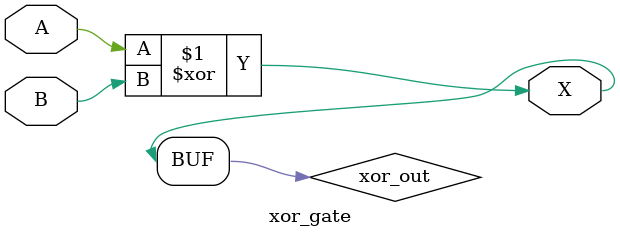
<source format=v>
module xor_gate (
    A,
    B,
    X
);

    // Module ports
    input  A;
    input  B;
    output X;

    // Local signals
    wire xor_out;

    //  Name  Output      Other arguments
    xor xor0 (xor_out, A, B);

    //  Name  Output      Other arguments
    buf buf0 (X, xor_out);

endmodule
</source>
